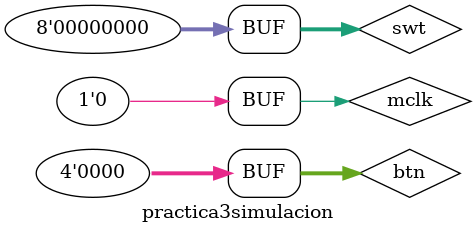
<source format=v>
`timescale 1ns / 1ps


module practica3simulacion;

	// Inputs
	reg mclk;
	reg [3:0] btn;
	reg [7:0] swt;

	// Outputs
	wire [7:0] led;
	wire [3:0] an;
	wire [7:0] ssg;

	// Instantiate the Unit Under Test (UUT)
	entidad uut (
		.mclk(mclk), 
		.btn(btn), 
		.swt(swt), 
		.led(led), 
		.an(an), 
		.ssg(ssg)
	);

	initial begin
		// Initialize Inputs
		mclk = 0;
		btn = 0;
		swt = 0;

		// Wait 100 ns for global reset to finish
		#100;
        
		// Add stimulus here

	end
      
endmodule


</source>
